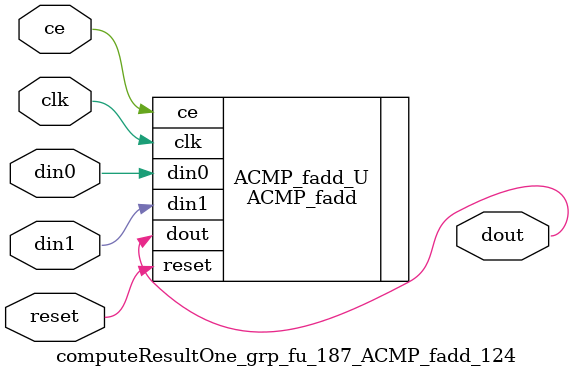
<source format=v>

`timescale 1 ns / 1 ps
module computeResultOne_grp_fu_187_ACMP_fadd_124(
    clk,
    reset,
    ce,
    din0,
    din1,
    dout);

parameter ID = 32'd1;
parameter NUM_STAGE = 32'd1;
parameter din0_WIDTH = 32'd1;
parameter din1_WIDTH = 32'd1;
parameter dout_WIDTH = 32'd1;
input clk;
input reset;
input ce;
input[din0_WIDTH - 1:0] din0;
input[din1_WIDTH - 1:0] din1;
output[dout_WIDTH - 1:0] dout;



ACMP_fadd #(
.ID( ID ),
.NUM_STAGE( 4 ),
.din0_WIDTH( din0_WIDTH ),
.din1_WIDTH( din1_WIDTH ),
.dout_WIDTH( dout_WIDTH ))
ACMP_fadd_U(
    .clk( clk ),
    .reset( reset ),
    .ce( ce ),
    .din0( din0 ),
    .din1( din1 ),
    .dout( dout ));

endmodule

</source>
